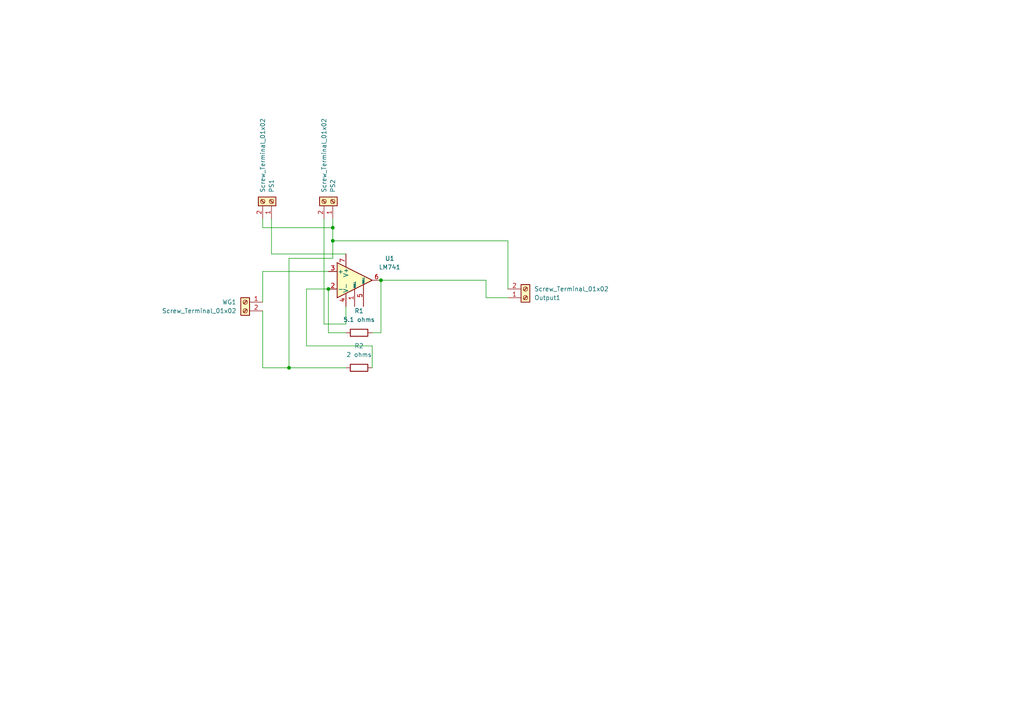
<source format=kicad_sch>
(kicad_sch (version 20231120) (generator "eeschema") (generator_version "8.0")
  (paper "A4")
  (lib_symbols
    (symbol "Amplifier_Operational:LM741" (pin_names (offset 0.127))
      (property "Reference" "U" (at 0 6.35 0))
      (property "Value" "LM741" (at 0 3.81 0))
      (symbol "LM741_0_1"
        (polyline (pts (xy -5.08 5.08) (xy 5.08 0) (xy -5.08 -5.08) (xy -5.08 5.08)) (stroke (width 0.254)) (fill (type background)))
      )
      (symbol "LM741_1_1"
        (pin input line (at 0 -7.62 90) (length 5.08) (name "NULL") (number "1"))
        (pin input line (at -7.62 -2.54 0) (length 2.54) (name "-") (number "2"))
        (pin input line (at -7.62 2.54 0) (length 2.54) (name "+") (number "3"))
        (pin power_in line (at -2.54 -7.62 90) (length 3.81) (name "V-") (number "4"))
        (pin input line (at 2.54 -7.62 90) (length 6.35) (name "NULL") (number "5"))
        (pin output line (at 7.62 0 180) (length 2.54) (name "~") (number "6"))
        (pin power_in line (at -2.54 7.62 270) (length 3.81) (name "V+") (number "7"))
        (pin no_connect line (at 0 2.54 270) (length 2.54) hide (name "NC") (number "8"))
      )
    )
    (symbol "Connector:Screw_Terminal_01x02" (pin_names (offset 1.016) hide)
      (property "Reference" "J" (at 0 2.54 0))
      (property "Value" "Screw_Terminal_01x02" (at 0 -5.08 0))
      (symbol "Screw_Terminal_01x02_1_1"
        (rectangle (start -1.27 1.27) (end 1.27 -3.81) (stroke (width 0.254)) (fill (type background)))
        (circle (center 0 -2.54) (radius 0.635) (stroke (width 0.1524)))
        (polyline (pts (xy -0.5334 -2.2098) (xy 0.3302 -3.048)) (stroke (width 0.1524)))
        (polyline (pts (xy -0.5334 0.3302) (xy 0.3302 -0.508)) (stroke (width 0.1524)))
        (polyline (pts (xy -0.3556 -2.032) (xy 0.508 -2.8702)) (stroke (width 0.1524)))
        (polyline (pts (xy -0.3556 0.508) (xy 0.508 -0.3302)) (stroke (width 0.1524)))
        (circle (center 0 0) (radius 0.635) (stroke (width 0.1524)))
        (pin passive line (at -5.08 0 0) (length 3.81) (name "Pin_1") (number "1"))
        (pin passive line (at -5.08 -2.54 0) (length 3.81) (name "Pin_2") (number "2"))
      )
    )
    (symbol "Device:R" (pin_numbers hide) (pin_names (offset 0))
      (property "Reference" "R" (at 2.032 0 90))
      (property "Value" "R" (at 0 0 90))
      (symbol "R_0_1"
        (rectangle (start -1.016 -2.54) (end 1.016 2.54) (stroke (width 0.254)))
      )
      (symbol "R_1_1"
        (pin passive line (at 0 3.81 270) (length 1.27) (name "~") (number "1"))
        (pin passive line (at 0 -3.81 90) (length 1.27) (name "~") (number "2"))
      )
    )
  )
  (junction (at 96.52 69.85))
  (junction (at 110.49 81.28))
  (junction (at 83.82 106.68))
  (junction (at 96.52 66.04))
  (junction (at 95.25 83.82))
  (wire (pts (xy 107.95 96.52) (xy 110.49 96.52)))
  (wire (pts (xy 140.97 86.36) (xy 147.32 86.36)))
  (wire (pts (xy 76.2 106.68) (xy 83.82 106.68)))
  (wire (pts (xy 88.9 100.33) (xy 88.9 83.82)))
  (wire (pts (xy 95.25 96.52) (xy 100.33 96.52)))
  (wire (pts (xy 95.25 83.82) (xy 95.25 96.52)))
  (wire (pts (xy 83.82 74.93) (xy 83.82 106.68)))
  (wire (pts (xy 147.32 83.82) (xy 147.32 69.85)))
  (wire (pts (xy 76.2 90.17) (xy 76.2 106.68)))
  (wire (pts (xy 96.52 74.93) (xy 83.82 74.93)))
  (wire (pts (xy 78.74 63.5) (xy 78.74 73.66)))
  (wire (pts (xy 147.32 69.85) (xy 96.52 69.85)))
  (wire (pts (xy 93.98 63.5) (xy 93.98 93.98)))
  (wire (pts (xy 110.49 81.28) (xy 140.97 81.28)))
  (wire (pts (xy 93.98 93.98) (xy 100.33 93.98)))
  (wire (pts (xy 110.49 96.52) (xy 110.49 81.28)))
  (wire (pts (xy 88.9 83.82) (xy 95.25 83.82)))
  (wire (pts (xy 107.95 106.68) (xy 107.95 100.33)))
  (wire (pts (xy 107.95 100.33) (xy 88.9 100.33)))
  (wire (pts (xy 76.2 63.5) (xy 76.2 66.04)))
  (wire (pts (xy 83.82 106.68) (xy 100.33 106.68)))
  (wire (pts (xy 140.97 81.28) (xy 140.97 86.36)))
  (wire (pts (xy 96.52 69.85) (xy 96.52 74.93)))
  (wire (pts (xy 100.33 88.9) (xy 100.33 93.98)))
  (wire (pts (xy 76.2 78.74) (xy 95.25 78.74)))
  (wire (pts (xy 76.2 78.74) (xy 76.2 87.63)))
  (wire (pts (xy 96.52 66.04) (xy 96.52 69.85)))
  (wire (pts (xy 96.52 63.5) (xy 96.52 66.04)))
  (wire (pts (xy 78.74 73.66) (xy 100.33 73.66)))
  (wire (pts (xy 76.2 66.04) (xy 96.52 66.04)))
  (symbol (lib_id "Connector:Screw_Terminal_01x02") (at 71.12 87.63 0) (mirror y) (unit 1)
    (property "Reference" "WG1" (at 68.58 87.6299 0) (effects (justify left)))
    (property "Value" "Screw_Terminal_01x02" (at 68.58 90.1699 0) (effects (justify left)))
    (property "Footprint" "TerminalBlock_Phoenix:TerminalBlock_Phoenix_MPT-0,5-2-2.54_1x02_P2.54mm_Horizontal" (effects (hide yes)))
    (property "Description" "Generic screw terminal, single row, 01x02, script generated (kicad-library-utils/schlib/autogen/connector/)" (effects (hide yes)))
  )
  (symbol (lib_id "Connector:Screw_Terminal_01x02") (at 78.74 58.42 270) (mirror x) (unit 1)
    (property "Reference" "PS1" (at 78.7401 55.88 0) (effects (justify left)))
    (property "Value" "Screw_Terminal_01x02" (at 76.2001 55.88 0) (effects (justify left)))
    (property "Footprint" "TerminalBlock_Phoenix:TerminalBlock_Phoenix_MPT-0,5-2-2.54_1x02_P2.54mm_Horizontal" (effects (hide yes)))
    (property "Description" "Generic screw terminal, single row, 01x02, script generated (kicad-library-utils/schlib/autogen/connector/)" (effects (hide yes)))
  )
  (symbol (lib_id "Amplifier_Operational:LM741") (at 102.87 81.28 0) (unit 1)
    (property "Reference" "U1" (at 113.03 74.9614 0))
    (property "Value" "LM741" (at 113.03 77.5014 0))
    (property "Footprint" "LM741CN_NOPB:DIP794W45P254L959H508Q8" (effects (hide yes)))
    (property "Datasheet" "http://www.ti.com/lit/ds/symlink/lm741.pdf" (effects (hide yes)))
    (property "Description" "Operational Amplifier, DIP-8/TO-99-8" (effects (hide yes)))
  )
  (symbol (lib_id "Connector:Screw_Terminal_01x02") (at 152.4 86.36 0) (mirror x) (unit 1)
    (property "Reference" "Output1" (at 154.94 86.3601 0) (effects (justify left)))
    (property "Value" "Screw_Terminal_01x02" (at 154.94 83.8201 0) (effects (justify left)))
    (property "Footprint" "TerminalBlock_Phoenix:TerminalBlock_Phoenix_MPT-0,5-2-2.54_1x02_P2.54mm_Horizontal" (effects (hide yes)))
    (property "Description" "Generic screw terminal, single row, 01x02, script generated (kicad-library-utils/schlib/autogen/connector/)" (effects (hide yes)))
  )
  (symbol (lib_id "Connector:Screw_Terminal_01x02") (at 96.52 58.42 270) (mirror x) (unit 1)
    (property "Reference" "PS2" (at 96.5201 55.88 0) (effects (justify left)))
    (property "Value" "Screw_Terminal_01x02" (at 93.9801 55.88 0) (effects (justify left)))
    (property "Footprint" "TerminalBlock_Phoenix:TerminalBlock_Phoenix_MPT-0,5-2-2.54_1x02_P2.54mm_Horizontal" (effects (hide yes)))
    (property "Description" "Generic screw terminal, single row, 01x02, script generated (kicad-library-utils/schlib/autogen/connector/)" (effects (hide yes)))
  )
  (symbol (lib_id "Device:R") (at 104.14 96.52 90) (unit 1)
    (property "Reference" "R1" (at 104.14 90.17 90))
    (property "Value" "5.1 ohms" (at 104.14 92.71 90))
    (property "Footprint" "Resistor_THT:R_Axial_DIN0207_L6.3mm_D2.5mm_P7.62mm_Horizontal" (effects (hide yes)))
    (property "Description" "Resistor" (effects (hide yes)))
  )
  (symbol (lib_id "Device:R") (at 104.14 106.68 90) (unit 1)
    (property "Reference" "R2" (at 104.14 100.33 90))
    (property "Value" "2 ohms" (at 104.14 102.87 90))
    (property "Footprint" "Resistor_THT:R_Axial_DIN0207_L6.3mm_D2.5mm_P7.62mm_Horizontal" (effects (hide yes)))
    (property "Description" "Resistor" (effects (hide yes)))
  )
)
</source>
